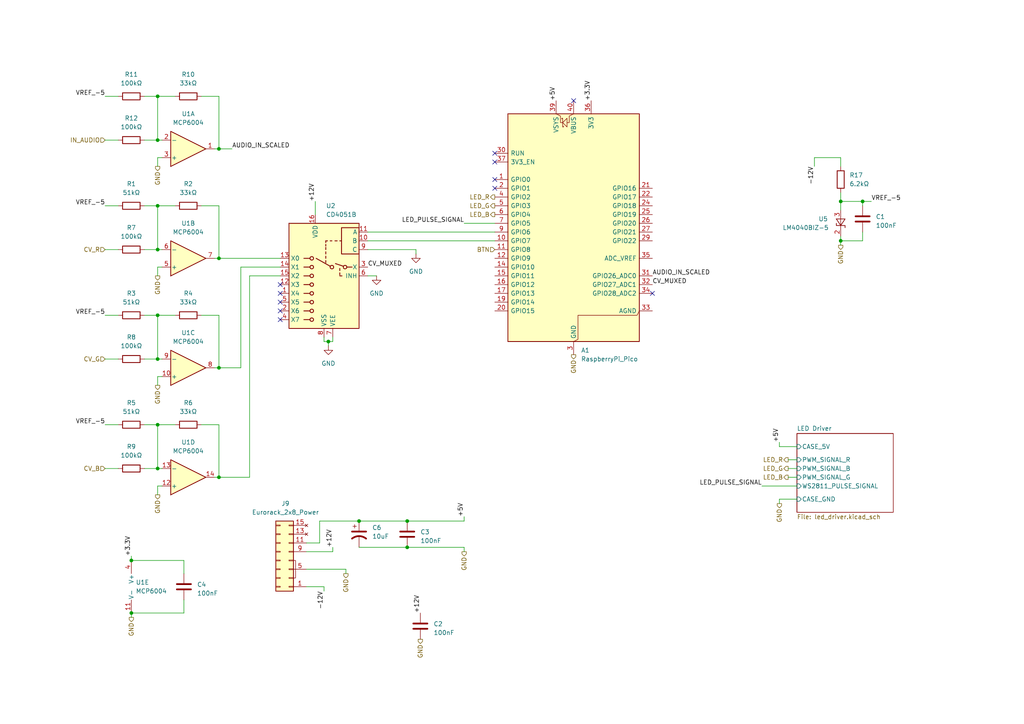
<source format=kicad_sch>
(kicad_sch (version 20250114) (generator "eeschema") (generator_version "9.0")
  (paper "A4")
  (title_block (title "Lights") (date "2025-08-27") (rev "v0.2") (company "Free Modular"))
  (lib_symbols
    (symbol "Amplifier_Operational:MCP6004" (pin_names (offset 0.127))
      (property "Reference" "U" (at 0 5.08 0))
      (property "Value" "MCP6004" (at 0 -5.08 0))
      (symbol "MCP6004_1_1"
        (polyline (pts (xy -5.08 5.08) (xy 5.08 0) (xy -5.08 -5.08) (xy -5.08 5.08)) (stroke (width 0.254)) (fill (type background)))
        (pin input line (at -7.62 2.54 0) (length 2.54) (name "+") (number "3"))
        (pin input line (at -7.62 -2.54 0) (length 2.54) (name "-") (number "2"))
        (pin output line (at 7.62 0 180) (length 2.54) (name "~") (number "1"))
      )
      (symbol "MCP6004_2_1"
        (polyline (pts (xy -5.08 5.08) (xy 5.08 0) (xy -5.08 -5.08) (xy -5.08 5.08)) (stroke (width 0.254)) (fill (type background)))
        (pin input line (at -7.62 2.54 0) (length 2.54) (name "+") (number "5"))
        (pin input line (at -7.62 -2.54 0) (length 2.54) (name "-") (number "6"))
        (pin output line (at 7.62 0 180) (length 2.54) (name "~") (number "7"))
      )
      (symbol "MCP6004_3_1"
        (polyline (pts (xy -5.08 5.08) (xy 5.08 0) (xy -5.08 -5.08) (xy -5.08 5.08)) (stroke (width 0.254)) (fill (type background)))
        (pin input line (at -7.62 2.54 0) (length 2.54) (name "+") (number "10"))
        (pin input line (at -7.62 -2.54 0) (length 2.54) (name "-") (number "9"))
        (pin output line (at 7.62 0 180) (length 2.54) (name "~") (number "8"))
      )
      (symbol "MCP6004_4_1"
        (polyline (pts (xy -5.08 5.08) (xy 5.08 0) (xy -5.08 -5.08) (xy -5.08 5.08)) (stroke (width 0.254)) (fill (type background)))
        (pin input line (at -7.62 2.54 0) (length 2.54) (name "+") (number "12"))
        (pin input line (at -7.62 -2.54 0) (length 2.54) (name "-") (number "13"))
        (pin output line (at 7.62 0 180) (length 2.54) (name "~") (number "14"))
      )
      (symbol "MCP6004_5_1"
        (pin power_in line (at -2.54 7.62 270) (length 3.81) (name "V+") (number "4"))
        (pin power_in line (at -2.54 -7.62 90) (length 3.81) (name "V-") (number "11"))
      )
    )
    (symbol "Analog_Switch:CD4051B"
      (property "Reference" "U" (at -10.16 16.51 0))
      (property "Value" "CD4051B" (at 3.81 16.51 0))
      (symbol "CD4051B_0_1"
        (rectangle (start -10.16 15.24) (end 10.16 -15.24) (stroke (width 0.254)) (fill (type background)))
        (rectangle (start -10.16 6.35) (end -5.08 13.97) (stroke (width 0.254)))
        (polyline (pts (xy -8.128 2.54) (xy -6.604 2.54)) (stroke (width 0.254)))
        (circle (center -6.096 2.54) (radius 0.508) (stroke (width 0.254)))
        (polyline (pts (xy -5.588 2.794) (xy -3.302 3.556)) (stroke (width 0.254)))
        (polyline (pts (xy -4.572 10.16) (xy -5.08 10.16)) (stroke (width 0.254)))
        (polyline (pts (xy -4.572 1.524) (xy -4.572 2.159)) (stroke (width 0.254)))
        (polyline (pts (xy -4.572 0.254) (xy -4.572 0.889)) (stroke (width 0.254)))
        (polyline (pts (xy -4.572 0) (xy -5.207 0)) (stroke (width 0.254)))
        (polyline (pts (xy -3.81 10.16) (xy -3.175 10.16)) (stroke (width 0.254)))
        (circle (center -2.286 2.54) (radius 0.508) (stroke (width 0.254)))
        (polyline (pts (xy -1.778 10.16) (xy -2.286 10.16)) (stroke (width 0.254)))
        (polyline (pts (xy -1.778 2.794) (xy 2.286 5.08)) (stroke (width 0.254)))
        (polyline (pts (xy -0.508 10.16) (xy -1.016 10.16)) (stroke (width 0.254)))
        (polyline (pts (xy -0.508 9.652) (xy -0.508 10.16)) (stroke (width 0.254)))
        (polyline (pts (xy -0.508 8.636) (xy -0.508 9.144)) (stroke (width 0.254)))
        (polyline (pts (xy -0.508 7.62) (xy -0.508 8.255)) (stroke (width 0.254)))
        (polyline (pts (xy -0.508 6.35) (xy -0.508 6.985)) (stroke (width 0.254)))
        (polyline (pts (xy -0.508 5.08) (xy -0.508 5.715)) (stroke (width 0.254)))
        (polyline (pts (xy -0.508 3.81) (xy -0.508 4.445)) (stroke (width 0.254)))
        (circle (center 3.556 5.08) (radius 0.508) (stroke (width 0.254)))
        (circle (center 3.556 2.54) (radius 0.508) (stroke (width 0.254)))
        (circle (center 3.556 0) (radius 0.508) (stroke (width 0.254)))
        (circle (center 3.556 -2.54) (radius 0.508) (stroke (width 0.254)))
        (circle (center 3.556 -5.08) (radius 0.508) (stroke (width 0.254)))
        (circle (center 3.556 -7.62) (radius 0.508) (stroke (width 0.254)))
        (circle (center 3.556 -10.16) (radius 0.508) (stroke (width 0.254)))
        (circle (center 3.556 -12.7) (radius 0.508) (stroke (width 0.254)))
        (polyline (pts (xy 4.064 5.08) (xy 5.842 5.08)) (stroke (width 0.254)))
        (polyline (pts (xy 4.064 2.54) (xy 5.842 2.54)) (stroke (width 0.254)))
        (polyline (pts (xy 4.064 0) (xy 5.842 0)) (stroke (width 0.254)))
        (polyline (pts (xy 4.064 -2.54) (xy 5.842 -2.54)) (stroke (width 0.254)))
        (polyline (pts (xy 4.064 -5.08) (xy 5.842 -5.08)) (stroke (width 0.254)))
        (polyline (pts (xy 4.064 -7.62) (xy 5.842 -7.62)) (stroke (width 0.254)))
        (polyline (pts (xy 4.064 -10.16) (xy 5.842 -10.16)) (stroke (width 0.254)))
        (polyline (pts (xy 4.064 -12.7) (xy 5.842 -12.7)) (stroke (width 0.254)))
      )
      (symbol "CD4051B_1_1"
        (pin input line (at -12.7 12.7 0) (length 2.54) (name "A") (number "11"))
        (pin input line (at -12.7 10.16 0) (length 2.54) (name "B") (number "10"))
        (pin input line (at -12.7 7.62 0) (length 2.54) (name "C") (number "9"))
        (pin bidirectional line (at -12.7 2.54 0) (length 2.54) (name "X") (number "3"))
        (pin input line (at -12.7 0 0) (length 2.54) (name "INH") (number "6"))
        (pin power_in line (at -2.54 -17.78 90) (length 2.54) (name "VEE") (number "7"))
        (pin power_in line (at 0 -17.78 90) (length 2.54) (name "VSS") (number "8"))
        (pin power_in line (at 2.54 17.78 270) (length 2.54) (name "VDD") (number "16"))
        (pin bidirectional line (at 12.7 5.08 180) (length 2.54) (name "X0") (number "13"))
        (pin bidirectional line (at 12.7 2.54 180) (length 2.54) (name "X1") (number "14"))
        (pin bidirectional line (at 12.7 0 180) (length 2.54) (name "X2") (number "15"))
        (pin bidirectional line (at 12.7 -2.54 180) (length 2.54) (name "X3") (number "12"))
        (pin bidirectional line (at 12.7 -5.08 180) (length 2.54) (name "X4") (number "1"))
        (pin bidirectional line (at 12.7 -7.62 180) (length 2.54) (name "X5") (number "5"))
        (pin bidirectional line (at 12.7 -10.16 180) (length 2.54) (name "X6") (number "2"))
        (pin bidirectional line (at 12.7 -12.7 180) (length 2.54) (name "X7") (number "4"))
      )
    )
    (symbol "Device:C" (pin_numbers (hide yes)) (pin_names (offset 0.254))
      (property "Reference" "C" (at 0.635 2.54 0))
      (property "Value" "C" (at 0.635 -2.54 0))
      (symbol "C_0_1"
        (polyline (pts (xy -2.032 0.762) (xy 2.032 0.762)) (stroke (width 0.508)))
        (polyline (pts (xy -2.032 -0.762) (xy 2.032 -0.762)) (stroke (width 0.508)))
      )
      (symbol "C_1_1"
        (pin passive line (at 0 3.81 270) (length 2.794) (name "~") (number "1"))
        (pin passive line (at 0 -3.81 90) (length 2.794) (name "~") (number "2"))
      )
    )
    (symbol "Device:C_Polarized_US" (pin_numbers (hide yes)) (pin_names (offset 0.254) (hide yes))
      (property "Reference" "C" (at 0.635 2.54 0))
      (property "Value" "C_Polarized_US" (at 0.635 -2.54 0))
      (symbol "C_Polarized_US_0_1"
        (polyline (pts (xy -2.032 0.762) (xy 2.032 0.762)) (stroke (width 0.508)))
        (polyline (pts (xy -1.778 2.286) (xy -0.762 2.286)))
        (polyline (pts (xy -1.27 1.778) (xy -1.27 2.794)))
        (arc (start -2.032 -1.27) (mid 0 -0.5572) (end 2.032 -1.27) (stroke (width 0.508)))
      )
      (symbol "C_Polarized_US_1_1"
        (pin passive line (at 0 3.81 270) (length 2.794) (name "~") (number "1"))
        (pin passive line (at 0 -3.81 90) (length 3.302) (name "~") (number "2"))
      )
    )
    (symbol "Device:R" (pin_numbers (hide yes)) (pin_names (offset 0))
      (property "Reference" "R" (at 2.032 0 90))
      (property "Value" "R" (at 0 0 90))
      (symbol "R_0_1"
        (rectangle (start -1.016 -2.54) (end 1.016 2.54) (stroke (width 0.254)))
      )
      (symbol "R_1_1"
        (pin passive line (at 0 3.81 270) (length 1.27) (name "~") (number "1"))
        (pin passive line (at 0 -3.81 90) (length 1.27) (name "~") (number "2"))
      )
    )
    (symbol "FreeModular:Eurorack_2x8_Power" (pin_names (offset 1.016) (hide yes))
      (property "Reference" "J1" (at 1.27 13.97 0))
      (property "Value" "Eurorack_2x8_Power" (at 1.905 11.43 0))
      (symbol "Eurorack_2x8_Power_0_1"
        (polyline (pts (xy -1.27 5.08) (xy -1.905 5.08) (xy -1.905 0) (xy -1.27 0)))
      )
      (symbol "Eurorack_2x8_Power_1_1"
        (rectangle (start -1.27 8.89) (end 3.81 -11.43) (stroke (width 0.254)) (fill (type background)))
        (rectangle (start -1.27 7.747) (end 0 7.493) (stroke (width 0.1524)))
        (rectangle (start -1.27 5.207) (end 0 4.953) (stroke (width 0.1524)))
        (rectangle (start -1.27 2.667) (end 0 2.413) (stroke (width 0.1524)))
        (rectangle (start -1.27 0.127) (end 0 -0.127) (stroke (width 0.1524)))
        (rectangle (start -1.27 -2.413) (end 0 -2.667) (stroke (width 0.1524)))
        (rectangle (start -1.27 -4.953) (end 0 -5.207) (stroke (width 0.1524)))
        (rectangle (start -1.27 -7.493) (end 0 -7.747) (stroke (width 0.1524)))
        (rectangle (start -1.27 -10.033) (end 0 -10.287) (stroke (width 0.1524)))
        (rectangle (start 3.81 7.747) (end 2.54 7.493) (stroke (width 0.1524)))
        (rectangle (start 3.81 5.207) (end 2.54 4.953) (stroke (width 0.1524)))
        (rectangle (start 3.81 2.667) (end 2.54 2.413) (stroke (width 0.1524)))
        (rectangle (start 3.81 0.127) (end 2.54 -0.127) (stroke (width 0.1524)))
        (rectangle (start 3.81 -2.413) (end 2.54 -2.667) (stroke (width 0.1524)))
        (rectangle (start 3.81 -4.953) (end 2.54 -5.207) (stroke (width 0.1524)))
        (rectangle (start 3.81 -7.493) (end 2.54 -7.747) (stroke (width 0.1524)))
        (rectangle (start 3.81 -10.033) (end 2.54 -10.287) (stroke (width 0.1524)))
        (pin power_out line (at -5.08 7.62 0) (length 3.81) (name "-12v") (number "1"))
        (pin passive line (at -5.08 7.62 0) (length 3.81) (hide yes) (name "-12v") (number "2"))
        (pin power_out line (at -5.08 2.54 0) (length 3.81) (hide yes) (name "GND") (number "3"))
        (pin passive line (at -5.08 2.54 0) (length 3.81) (hide yes) (name "GND") (number "4"))
        (pin power_out line (at -5.08 2.54 0) (length 3.81) (name "GND") (number "5"))
        (pin passive line (at -5.08 2.54 0) (length 3.81) (hide yes) (name "GND") (number "6"))
        (pin power_out line (at -5.08 2.54 0) (length 3.81) (hide yes) (name "GND") (number "7"))
        (pin passive line (at -5.08 2.54 0) (length 3.81) (hide yes) (name "GND") (number "8"))
        (pin passive line (at -5.08 -2.54 0) (length 3.81) (hide yes) (name "+12v") (number "10"))
        (pin power_out line (at -5.08 -2.54 0) (length 3.81) (name "+12v") (number "9"))
        (pin passive line (at -5.08 -5.08 0) (length 3.81) (name "+5v") (number "11"))
        (pin passive line (at -5.08 -5.08 0) (length 3.81) (hide yes) (name "+5v") (number "12"))
        (pin no_connect line (at -5.08 -7.62 0) (length 3.81) (name "Pin_13") (number "13"))
        (pin no_connect line (at -5.08 -10.16 0) (length 3.81) (name "Pin_15") (number "15"))
        (pin no_connect line (at 7.62 -7.62 180) (length 3.81) (hide yes) (name "Pin_14") (number "14"))
        (pin no_connect line (at 7.62 -10.16 180) (length 3.81) (hide yes) (name "Pin_16") (number "16"))
      )
    )
    (symbol "MCU_Module:RaspberryPi_Pico" (pin_names (offset 0.762))
      (property "Reference" "A" (at -19.05 35.56 0))
      (property "Value" "RaspberryPi_Pico" (at 7.62 35.56 0))
      (symbol "RaspberryPi_Pico_0_1"
        (rectangle (start -19.05 34.29) (end 19.05 -31.75) (stroke (width 0.254)) (fill (type background)))
        (polyline (pts (xy -5.08 34.29) (xy -3.81 33.655) (xy -3.81 31.75) (xy -3.175 31.75)))
        (polyline (pts (xy -3.429 32.766) (xy -3.429 33.02) (xy -3.175 33.02) (xy -3.175 30.48) (xy -2.921 30.48) (xy -2.921 30.734)))
        (polyline (pts (xy -3.175 31.75) (xy -1.905 33.02) (xy -1.905 30.48) (xy -3.175 31.75)))
        (polyline (pts (xy 0 34.29) (xy -1.27 33.655) (xy -1.27 31.75) (xy -1.905 31.75)))
        (polyline (pts (xy 0 -31.75) (xy 1.27 -31.115) (xy 1.27 -24.13) (xy 18.415 -24.13) (xy 19.05 -22.86)))
      )
      (symbol "RaspberryPi_Pico_1_1"
        (pin passive line (at -22.86 22.86 0) (length 3.81) (name "RUN") (number "30"))
        (pin passive line (at -22.86 20.32 0) (length 3.81) (name "3V3_EN") (number "37"))
        (pin bidirectional line (at -22.86 15.24 0) (length 3.81) (name "GPIO0") (number "1"))
        (pin bidirectional line (at -22.86 12.7 0) (length 3.81) (name "GPIO1") (number "2"))
        (pin bidirectional line (at -22.86 10.16 0) (length 3.81) (name "GPIO2") (number "4"))
        (pin bidirectional line (at -22.86 7.62 0) (length 3.81) (name "GPIO3") (number "5"))
        (pin bidirectional line (at -22.86 5.08 0) (length 3.81) (name "GPIO4") (number "6"))
        (pin bidirectional line (at -22.86 2.54 0) (length 3.81) (name "GPIO5") (number "7"))
        (pin bidirectional line (at -22.86 0 0) (length 3.81) (name "GPIO6") (number "9"))
        (pin bidirectional line (at -22.86 -2.54 0) (length 3.81) (name "GPIO7") (number "10"))
        (pin bidirectional line (at -22.86 -5.08 0) (length 3.81) (name "GPIO8") (number "11"))
        (pin bidirectional line (at -22.86 -7.62 0) (length 3.81) (name "GPIO9") (number "12"))
        (pin bidirectional line (at -22.86 -10.16 0) (length 3.81) (name "GPIO10") (number "14"))
        (pin bidirectional line (at -22.86 -12.7 0) (length 3.81) (name "GPIO11") (number "15"))
        (pin bidirectional line (at -22.86 -15.24 0) (length 3.81) (name "GPIO12") (number "16"))
        (pin bidirectional line (at -22.86 -17.78 0) (length 3.81) (name "GPIO13") (number "17"))
        (pin bidirectional line (at -22.86 -20.32 0) (length 3.81) (name "GPIO14") (number "19"))
        (pin bidirectional line (at -22.86 -22.86 0) (length 3.81) (name "GPIO15") (number "20"))
        (pin power_in line (at -5.08 38.1 270) (length 3.81) (name "VSYS") (number "39"))
        (pin power_out line (at 0 38.1 270) (length 3.81) (name "VBUS") (number "40"))
        (pin passive line (at 0 -35.56 90) (length 3.81) (hide yes) (name "GND") (number "13"))
        (pin passive line (at 0 -35.56 90) (length 3.81) (hide yes) (name "GND") (number "18"))
        (pin passive line (at 0 -35.56 90) (length 3.81) (hide yes) (name "GND") (number "23"))
        (pin passive line (at 0 -35.56 90) (length 3.81) (hide yes) (name "GND") (number "28"))
        (pin power_out line (at 0 -35.56 90) (length 3.81) (name "GND") (number "3"))
        (pin passive line (at 0 -35.56 90) (length 3.81) (hide yes) (name "GND") (number "38"))
        (pin passive line (at 0 -35.56 90) (length 3.81) (hide yes) (name "GND") (number "8"))
        (pin power_out line (at 5.08 38.1 270) (length 3.81) (name "3V3") (number "36"))
        (pin bidirectional line (at 22.86 12.7 180) (length 3.81) (name "GPIO16") (number "21"))
        (pin bidirectional line (at 22.86 10.16 180) (length 3.81) (name "GPIO17") (number "22"))
        (pin bidirectional line (at 22.86 7.62 180) (length 3.81) (name "GPIO18") (number "24"))
        (pin bidirectional line (at 22.86 5.08 180) (length 3.81) (name "GPIO19") (number "25"))
        (pin bidirectional line (at 22.86 2.54 180) (length 3.81) (name "GPIO20") (number "26"))
        (pin bidirectional line (at 22.86 0 180) (length 3.81) (name "GPIO21") (number "27"))
        (pin bidirectional line (at 22.86 -2.54 180) (length 3.81) (name "GPIO22") (number "29"))
        (pin power_in line (at 22.86 -7.62 180) (length 3.81) (name "ADC_VREF") (number "35"))
        (pin bidirectional line (at 22.86 -12.7 180) (length 3.81) (name "GPIO26_ADC0") (number "31"))
        (pin bidirectional line (at 22.86 -15.24 180) (length 3.81) (name "GPIO27_ADC1") (number "32"))
        (pin bidirectional line (at 22.86 -17.78 180) (length 3.81) (name "GPIO28_ADC2") (number "34"))
        (pin power_out line (at 22.86 -22.86 180) (length 3.81) (name "AGND") (number "33"))
      )
    )
    (symbol "Reference_Voltage:LM4040LP-5" (pin_names (offset 0.0254) (hide yes))
      (property "Reference" "U" (at 0 2.54 0))
      (property "Value" "LM4040LP-5" (at 0 -3.175 0))
      (symbol "LM4040LP-5_0_1"
        (polyline (pts (xy -1.27 0) (xy 0 0) (xy 1.27 0)))
        (polyline (pts (xy -1.27 -1.27) (xy 0.635 0) (xy -1.27 1.27) (xy -1.27 -1.27)) (stroke (width 0.2032)))
        (polyline (pts (xy 0 -1.27) (xy 0.635 -1.27) (xy 0.635 1.27) (xy 1.27 1.27)) (stroke (width 0.2032)))
      )
      (symbol "LM4040LP-5_1_1"
        (pin passive line (at -3.81 0 0) (length 2.54) (name "A") (number "3"))
        (pin passive line (at 3.81 0 180) (length 2.54) (name "K") (number "2"))
      )
    )
    (symbol "power:GND" (power) (pin_names (offset 0))
      (property "Value" "GND" (at 0 -3.81 0))
      (symbol "GND_0_1"
        (polyline (pts (xy 0 0) (xy 0 -1.27) (xy 1.27 -1.27) (xy 0 -2.54) (xy -1.27 -1.27) (xy 0 -1.27)))
      )
      (symbol "GND_1_1"
        (pin power_in line (at 0 0 270) (length 0) (hide yes) (name "GND") (number "1"))
      )
    )
  )
  (junction (at 45.72 27.94))
  (junction (at 243.84 69.85))
  (junction (at 38.1 162.56))
  (junction (at 63.5 43.18))
  (junction (at 95.25 99.06))
  (junction (at 38.1 177.8))
  (junction (at 250.19 58.42))
  (junction (at 45.72 91.44))
  (junction (at 45.72 72.39))
  (junction (at 104.14 151.13))
  (junction (at 63.5 138.43))
  (junction (at 63.5 106.68))
  (junction (at 118.11 158.75))
  (junction (at 243.84 58.42))
  (junction (at 45.72 40.64))
  (junction (at 45.72 135.89))
  (junction (at 45.72 123.19))
  (junction (at 63.5 74.93))
  (junction (at 45.72 104.14))
  (junction (at 45.72 59.69))
  (junction (at 118.11 151.13))
  (no_connect (at 81.28 92.71))
  (no_connect (at 81.28 87.63))
  (no_connect (at 81.28 82.55))
  (no_connect (at 143.51 44.45))
  (no_connect (at 189.23 85.09))
  (no_connect (at 166.37 29.21))
  (no_connect (at 143.51 52.07))
  (no_connect (at 143.51 46.99))
  (no_connect (at 81.28 90.17))
  (no_connect (at 81.28 85.09))
  (no_connect (at 143.51 54.61))
  (wire (pts (xy 45.72 77.47) (xy 46.99 77.47)))
  (wire (pts (xy 236.22 45.72) (xy 236.22 48.26)))
  (wire (pts (xy 30.48 91.44) (xy 34.29 91.44)))
  (wire (pts (xy 41.91 123.19) (xy 45.72 123.19)))
  (wire (pts (xy 41.91 104.14) (xy 45.72 104.14)))
  (wire (pts (xy 45.72 109.22) (xy 46.99 109.22)))
  (wire (pts (xy 88.9 160.02) (xy 96.52 160.02)))
  (wire (pts (xy 45.72 59.69) (xy 50.8 59.69)))
  (wire (pts (xy 41.91 135.89) (xy 45.72 135.89)))
  (wire (pts (xy 118.11 158.75) (xy 134.62 158.75)))
  (wire (pts (xy 100.33 166.37) (xy 100.33 165.1)))
  (wire (pts (xy 104.14 158.75) (xy 118.11 158.75)))
  (wire (pts (xy 45.72 40.64) (xy 46.99 40.64)))
  (wire (pts (xy 30.48 104.14) (xy 34.29 104.14)))
  (wire (pts (xy 250.19 67.31) (xy 250.19 69.85)))
  (wire (pts (xy 63.5 138.43) (xy 62.23 138.43)))
  (wire (pts (xy 45.72 140.97) (xy 46.99 140.97)))
  (wire (pts (xy 134.62 158.75) (xy 134.62 160.02)))
  (wire (pts (xy 226.06 128.27) (xy 226.06 129.54)))
  (wire (pts (xy 41.91 72.39) (xy 45.72 72.39)))
  (wire (pts (xy 45.72 111.76) (xy 45.72 109.22)))
  (wire (pts (xy 62.23 106.68) (xy 63.5 106.68)))
  (wire (pts (xy 63.5 43.18) (xy 67.31 43.18)))
  (wire (pts (xy 41.91 27.94) (xy 45.72 27.94)))
  (wire (pts (xy 243.84 48.26) (xy 243.84 45.72)))
  (wire (pts (xy 106.68 69.85) (xy 143.51 69.85)))
  (wire (pts (xy 45.72 143.51) (xy 45.72 140.97)))
  (wire (pts (xy 45.72 48.26) (xy 45.72 45.72)))
  (wire (pts (xy 243.84 60.96) (xy 243.84 58.42)))
  (wire (pts (xy 93.98 171.45) (xy 93.98 170.18)))
  (wire (pts (xy 250.19 58.42) (xy 252.73 58.42)))
  (wire (pts (xy 62.23 43.18) (xy 63.5 43.18)))
  (wire (pts (xy 45.72 72.39) (xy 46.99 72.39)))
  (wire (pts (xy 30.48 27.94) (xy 34.29 27.94)))
  (wire (pts (xy 226.06 144.78) (xy 226.06 146.05)))
  (wire (pts (xy 45.72 104.14) (xy 45.72 91.44)))
  (wire (pts (xy 30.48 123.19) (xy 34.29 123.19)))
  (wire (pts (xy 92.71 151.13) (xy 92.71 157.48)))
  (wire (pts (xy 91.44 58.42) (xy 91.44 62.23)))
  (wire (pts (xy 93.98 97.79) (xy 93.98 99.06)))
  (wire (pts (xy 231.14 144.78) (xy 226.06 144.78)))
  (wire (pts (xy 243.84 68.58) (xy 243.84 69.85)))
  (wire (pts (xy 226.06 129.54) (xy 231.14 129.54)))
  (wire (pts (xy 69.85 106.68) (xy 69.85 77.47)))
  (wire (pts (xy 134.62 149.86) (xy 134.62 151.13)))
  (wire (pts (xy 106.68 67.31) (xy 143.51 67.31)))
  (wire (pts (xy 63.5 27.94) (xy 63.5 43.18)))
  (wire (pts (xy 58.42 59.69) (xy 63.5 59.69)))
  (wire (pts (xy 45.72 27.94) (xy 50.8 27.94)))
  (wire (pts (xy 95.25 100.33) (xy 95.25 99.06)))
  (wire (pts (xy 45.72 40.64) (xy 45.72 27.94)))
  (wire (pts (xy 45.72 72.39) (xy 45.72 59.69)))
  (wire (pts (xy 250.19 58.42) (xy 250.19 59.69)))
  (wire (pts (xy 243.84 58.42) (xy 250.19 58.42)))
  (wire (pts (xy 38.1 177.8) (xy 38.1 179.07)))
  (wire (pts (xy 93.98 99.06) (xy 95.25 99.06)))
  (wire (pts (xy 45.72 91.44) (xy 50.8 91.44)))
  (wire (pts (xy 38.1 162.56) (xy 53.34 162.56)))
  (wire (pts (xy 30.48 40.64) (xy 34.29 40.64)))
  (wire (pts (xy 53.34 173.99) (xy 53.34 177.8)))
  (wire (pts (xy 45.72 104.14) (xy 46.99 104.14)))
  (wire (pts (xy 41.91 40.64) (xy 45.72 40.64)))
  (wire (pts (xy 96.52 99.06) (xy 96.52 97.79)))
  (wire (pts (xy 118.11 151.13) (xy 134.62 151.13)))
  (wire (pts (xy 228.6 135.89) (xy 231.14 135.89)))
  (wire (pts (xy 63.5 91.44) (xy 63.5 106.68)))
  (wire (pts (xy 63.5 138.43) (xy 72.39 138.43)))
  (wire (pts (xy 106.68 80.01) (xy 109.22 80.01)))
  (wire (pts (xy 81.28 80.01) (xy 72.39 80.01)))
  (wire (pts (xy 92.71 157.48) (xy 88.9 157.48)))
  (wire (pts (xy 106.68 72.39) (xy 120.65 72.39)))
  (wire (pts (xy 104.14 151.13) (xy 118.11 151.13)))
  (wire (pts (xy 30.48 135.89) (xy 34.29 135.89)))
  (wire (pts (xy 30.48 59.69) (xy 34.29 59.69)))
  (wire (pts (xy 45.72 123.19) (xy 50.8 123.19)))
  (wire (pts (xy 120.65 72.39) (xy 120.65 73.66)))
  (wire (pts (xy 220.98 140.97) (xy 231.14 140.97)))
  (wire (pts (xy 45.72 45.72) (xy 46.99 45.72)))
  (wire (pts (xy 134.62 64.77) (xy 143.51 64.77)))
  (wire (pts (xy 243.84 69.85) (xy 243.84 71.12)))
  (wire (pts (xy 41.91 91.44) (xy 45.72 91.44)))
  (wire (pts (xy 58.42 27.94) (xy 63.5 27.94)))
  (wire (pts (xy 58.42 123.19) (xy 63.5 123.19)))
  (wire (pts (xy 92.71 151.13) (xy 104.14 151.13)))
  (wire (pts (xy 243.84 69.85) (xy 250.19 69.85)))
  (wire (pts (xy 41.91 59.69) (xy 45.72 59.69)))
  (wire (pts (xy 30.48 72.39) (xy 34.29 72.39)))
  (wire (pts (xy 45.72 135.89) (xy 46.99 135.89)))
  (wire (pts (xy 69.85 77.47) (xy 81.28 77.47)))
  (wire (pts (xy 63.5 59.69) (xy 63.5 74.93)))
  (wire (pts (xy 228.6 138.43) (xy 231.14 138.43)))
  (wire (pts (xy 53.34 162.56) (xy 53.34 166.37)))
  (wire (pts (xy 63.5 123.19) (xy 63.5 138.43)))
  (wire (pts (xy 63.5 74.93) (xy 81.28 74.93)))
  (wire (pts (xy 93.98 170.18) (xy 88.9 170.18)))
  (wire (pts (xy 45.72 80.01) (xy 45.72 77.47)))
  (wire (pts (xy 38.1 161.29) (xy 38.1 162.56)))
  (wire (pts (xy 96.52 158.75) (xy 96.52 160.02)))
  (wire (pts (xy 62.23 74.93) (xy 63.5 74.93)))
  (wire (pts (xy 243.84 45.72) (xy 236.22 45.72)))
  (wire (pts (xy 45.72 135.89) (xy 45.72 123.19)))
  (wire (pts (xy 53.34 177.8) (xy 38.1 177.8)))
  (wire (pts (xy 95.25 99.06) (xy 96.52 99.06)))
  (wire (pts (xy 58.42 91.44) (xy 63.5 91.44)))
  (wire (pts (xy 228.6 133.35) (xy 231.14 133.35)))
  (wire (pts (xy 243.84 55.88) (xy 243.84 58.42)))
  (wire (pts (xy 63.5 106.68) (xy 69.85 106.68)))
  (wire (pts (xy 100.33 165.1) (xy 88.9 165.1)))
  (wire (pts (xy 72.39 80.01) (xy 72.39 138.43)))
  (label "LED_PULSE_SIGNAL" (at 134.62 64.77 180))
  (label "VREF_-5" (at 30.48 27.94 180))
  (label "+5V" (at 161.29 29.21 90))
  (label "-12V" (at 93.98 171.45 270))
  (label "+5V" (at 134.62 149.86 90))
  (label "+12V" (at 91.44 58.42 90))
  (label "VREF_-5" (at 30.48 91.44 180))
  (label "+12V" (at 121.92 177.8 90))
  (label "CV_MUXED" (at 189.23 82.55 0))
  (label "+3.3V" (at 171.45 29.21 90))
  (label "VREF_-5" (at 252.73 58.42 0))
  (label "-12V" (at 236.22 48.26 270))
  (label "CV_MUXED" (at 106.68 77.47 0))
  (label "VREF_-5" (at 30.48 123.19 180))
  (label "AUDIO_IN_SCALED" (at 67.31 43.18 0))
  (label "+5V" (at 226.06 128.27 90))
  (label "+3.3V" (at 38.1 161.29 90))
  (label "AUDIO_IN_SCALED" (at 189.23 80.01 0))
  (label "VREF_-5" (at 30.48 59.69 180))
  (label "+12V" (at 96.52 158.75 90))
  (label "LED_PULSE_SIGNAL" (at 220.98 140.97 180))
  (hierarchical_label "GND" (shape output) (at 38.1 179.07 270))
  (hierarchical_label "CV_R" (shape input) (at 30.48 72.39 180))
  (hierarchical_label "BTN" (shape input) (at 143.51 72.39 180))
  (hierarchical_label "GND" (shape output) (at 100.33 166.37 270))
  (hierarchical_label "GND" (shape output) (at 45.72 80.01 270))
  (hierarchical_label "GND" (shape output) (at 45.72 111.76 270))
  (hierarchical_label "LED_B" (shape output) (at 228.6 138.43 180))
  (hierarchical_label "LED_G" (shape output) (at 228.6 135.89 180))
  (hierarchical_label "LED_R" (shape output) (at 228.6 133.35 180))
  (hierarchical_label "GND" (shape output) (at 226.06 146.05 270))
  (hierarchical_label "GND" (shape output) (at 121.92 185.42 270))
  (hierarchical_label "GND" (shape output) (at 45.72 48.26 270))
  (hierarchical_label "IN_AUDIO" (shape input) (at 30.48 40.64 180))
  (hierarchical_label "CV_B" (shape input) (at 30.48 135.89 180))
  (hierarchical_label "LED_B" (shape output) (at 143.51 62.23 180))
  (hierarchical_label "GND" (shape output) (at 243.84 71.12 270))
  (hierarchical_label "GND" (shape output) (at 45.72 143.51 270))
  (hierarchical_label "GND" (shape output) (at 166.37 102.87 270))
  (hierarchical_label "GND" (shape output) (at 134.62 160.02 270))
  (hierarchical_label "LED_G" (shape output) (at 143.51 59.69 180))
  (hierarchical_label "LED_R" (shape output) (at 143.51 57.15 180))
  (hierarchical_label "CV_G" (shape input) (at 30.48 104.14 180))
  (symbol (lib_id "Device:R") (at 54.61 91.44 90) (unit 1)
    (property "Reference" "R4" (at 54.61 85.09 90))
    (property "Value" "33kΩ" (at 54.61 87.63 90))
    (property "Footprint" "Resistor_THT:R_Axial_DIN0207_L6.3mm_D2.5mm_P7.62mm_Horizontal" (effects (hide yes)))
  )
  (symbol (lib_id "Device:R") (at 38.1 72.39 90) (unit 1)
    (property "Reference" "R7" (at 38.1 66.04 90))
    (property "Value" "100kΩ" (at 38.1 68.58 90))
    (property "Footprint" "Resistor_THT:R_Axial_DIN0207_L6.3mm_D2.5mm_P7.62mm_Horizontal" (effects (hide yes)))
  )
  (symbol (lib_id "power:GND") (at 120.65 73.66 0) (unit 1)
    (property "Reference" "#PWR06" (effects (hide yes)))
    (property "Value" "GND" (at 120.65 78.74 0))
  )
  (symbol (lib_id "power:GND") (at 95.25 100.33 0) (unit 1)
    (property "Reference" "#PWR08" (effects (hide yes)))
    (property "Value" "GND" (at 95.25 105.41 0))
  )
  (symbol (lib_id "Device:C_Polarized_US") (at 104.14 154.94 0) (unit 1)
    (property "Reference" "C6" (at 107.95 153.035 0) (effects (justify left)))
    (property "Value" "10uF" (at 107.95 155.575 0) (effects (justify left)))
    (property "Footprint" "Capacitor_THT:CP_Radial_D4.0mm_P1.50mm" (effects (hide yes)))
  )
  (symbol (lib_id "Analog_Switch:CD4051B") (at 93.98 80.01 0) (mirror y) (unit 1)
    (property "Reference" "U2" (at 94.5581 59.69 0) (effects (justify right)))
    (property "Value" "CD4051B" (at 94.5581 62.23 0) (effects (justify right)))
    (property "Footprint" "Package_DIP:DIP-16_W7.62mm" (effects (hide yes)))
    (property "Datasheet" "http://www.ti.com/lit/ds/symlink/cd4052b.pdf" (effects (hide yes)))
    (property "Description" "CMOS single 8-channel analog multiplexer demultiplexer, TSSOP-16/DIP-16/SOIC-16" (effects (hide yes)))
  )
  (symbol (lib_id "Amplifier_Operational:MCP6004") (at 54.61 138.43 0) (mirror x) (unit 4)
    (property "Reference" "U1" (at 54.61 128.27 0))
    (property "Value" "MCP6004" (at 54.61 130.81 0))
    (property "Footprint" "Package_DIP:DIP-14_W7.62mm" (effects (hide yes)))
    (property "Datasheet" "http://ww1.microchip.com/downloads/en/DeviceDoc/21733j.pdf" (effects (hide yes)))
    (property "Description" "1MHz, Low-Power Op Amp, DIP-14/SOIC-14/TSSOP-14" (effects (hide yes)))
  )
  (symbol (lib_id "Device:C") (at 53.34 170.18 0) (unit 1)
    (property "Reference" "C4" (at 57.15 169.545 0) (effects (justify left)))
    (property "Value" "100nF" (at 57.15 172.085 0) (effects (justify left)))
    (property "Footprint" "Capacitor_THT:C_Disc_D5.0mm_W2.5mm_P5.00mm" (effects (hide yes)))
  )
  (symbol (lib_id "Amplifier_Operational:MCP6004") (at 35.56 170.18 0) (mirror y) (unit 5)
    (property "Reference" "U1" (at 39.37 168.9099 0) (effects (justify right)))
    (property "Value" "MCP6004" (at 39.37 171.4499 0) (effects (justify right)))
    (property "Footprint" "Package_DIP:DIP-14_W7.62mm" (effects (hide yes)))
    (property "Datasheet" "http://ww1.microchip.com/downloads/en/DeviceDoc/21733j.pdf" (effects (hide yes)))
    (property "Description" "1MHz, Low-Power Op Amp, DIP-14/SOIC-14/TSSOP-14" (effects (hide yes)))
  )
  (symbol (lib_id "Amplifier_Operational:MCP6004") (at 54.61 74.93 0) (mirror x) (unit 2)
    (property "Reference" "U1" (at 54.61 64.77 0))
    (property "Value" "MCP6004" (at 54.61 67.31 0))
    (property "Footprint" "Package_DIP:DIP-14_W7.62mm" (effects (hide yes)))
    (property "Datasheet" "http://ww1.microchip.com/downloads/en/DeviceDoc/21733j.pdf" (effects (hide yes)))
    (property "Description" "1MHz, Low-Power Op Amp, DIP-14/SOIC-14/TSSOP-14" (effects (hide yes)))
  )
  (symbol (lib_id "Device:R") (at 38.1 59.69 90) (unit 1)
    (property "Reference" "R1" (at 38.1 53.34 90))
    (property "Value" "51kΩ" (at 38.1 55.88 90))
    (property "Footprint" "Resistor_THT:R_Axial_DIN0207_L6.3mm_D2.5mm_P7.62mm_Horizontal" (effects (hide yes)))
  )
  (symbol (lib_id "Reference_Voltage:LM4040LP-5") (at 243.84 64.77 270) (unit 1)
    (property "Reference" "U5" (at 238.76 63.5 90))
    (property "Value" "LM4040BIZ-5" (at 233.68 66.04 90))
    (property "Footprint" "Package_TO_SOT_THT:TO-92_Inline_Wide" (effects (hide yes)))
    (property "Datasheet" "http://www.ti.com/lit/ds/symlink/lm4040-n.pdf" (effects (hide yes)))
  )
  (symbol (lib_id "Device:R") (at 54.61 59.69 90) (unit 1)
    (property "Reference" "R2" (at 54.61 53.34 90))
    (property "Value" "33kΩ" (at 54.61 55.88 90))
    (property "Footprint" "Resistor_THT:R_Axial_DIN0207_L6.3mm_D2.5mm_P7.62mm_Horizontal" (effects (hide yes)))
  )
  (symbol (lib_id "Device:C") (at 250.19 63.5 0) (unit 1)
    (property "Reference" "C1" (at 254 62.865 0) (effects (justify left)))
    (property "Value" "100nF" (at 254 65.405 0) (effects (justify left)))
    (property "Footprint" "Capacitor_THT:C_Disc_D5.0mm_W2.5mm_P5.00mm" (effects (hide yes)))
  )
  (symbol (lib_id "Device:R") (at 54.61 123.19 90) (unit 1)
    (property "Reference" "R6" (at 54.61 116.84 90))
    (property "Value" "33kΩ" (at 54.61 119.38 90))
    (property "Footprint" "Resistor_THT:R_Axial_DIN0207_L6.3mm_D2.5mm_P7.62mm_Horizontal" (effects (hide yes)))
  )
  (symbol (lib_id "Device:R") (at 38.1 40.64 90) (unit 1)
    (property "Reference" "R12" (at 38.1 34.29 90))
    (property "Value" "100kΩ" (at 38.1 36.83 90))
    (property "Footprint" "Resistor_THT:R_Axial_DIN0207_L6.3mm_D2.5mm_P7.62mm_Horizontal" (effects (hide yes)))
  )
  (symbol (lib_id "Device:R") (at 38.1 123.19 90) (unit 1)
    (property "Reference" "R5" (at 38.1 116.84 90))
    (property "Value" "51kΩ" (at 38.1 119.38 90))
    (property "Footprint" "Resistor_THT:R_Axial_DIN0207_L6.3mm_D2.5mm_P7.62mm_Horizontal" (effects (hide yes)))
  )
  (symbol (lib_id "Device:R") (at 38.1 135.89 90) (unit 1)
    (property "Reference" "R9" (at 38.1 129.54 90))
    (property "Value" "100kΩ" (at 38.1 132.08 90))
    (property "Footprint" "Resistor_THT:R_Axial_DIN0207_L6.3mm_D2.5mm_P7.62mm_Horizontal" (effects (hide yes)))
  )
  (symbol (lib_id "power:GND") (at 109.22 80.01 0) (unit 1)
    (property "Reference" "#PWR07" (effects (hide yes)))
    (property "Value" "GND" (at 109.22 85.09 0))
  )
  (symbol (lib_id "Device:R") (at 243.84 52.07 0) (unit 1)
    (property "Reference" "R17" (at 246.38 50.7999 0) (effects (justify left)))
    (property "Value" "6.2kΩ" (at 246.38 53.3399 0) (effects (justify left)))
    (property "Footprint" "Resistor_THT:R_Axial_DIN0207_L6.3mm_D2.5mm_P7.62mm_Horizontal" (effects (hide yes)))
  )
  (symbol (lib_id "MCU_Module:RaspberryPi_Pico") (at 166.37 67.31 0) (unit 1)
    (property "Reference" "A1" (at 168.5133 101.6 0) (effects (justify left)))
    (property "Value" "RaspberryPi_Pico" (at 168.5133 104.14 0) (effects (justify left)))
    (property "Footprint" "Module:RaspberryPi_Pico_Common_Unspecified" (effects (hide yes)))
    (property "Datasheet" "https://datasheets.raspberrypi.com/pico/pico-datasheet.pdf" (effects (hide yes)))
    (property "Description" "Versatile and inexpensive microcontroller module powered by RP2040 dual-core Arm Cortex-M0+ processor up to 133 MHz, 264kB SRAM, 2MB QSPI flash; also supports Raspberry Pi Pico 2" (effects (hide yes)))
  )
  (symbol (lib_id "Device:C") (at 121.92 181.61 0) (unit 1)
    (property "Reference" "C2" (at 125.73 180.975 0) (effects (justify left)))
    (property "Value" "100nF" (at 125.73 183.515 0) (effects (justify left)))
    (property "Footprint" "Capacitor_THT:C_Disc_D5.0mm_W2.5mm_P5.00mm" (effects (hide yes)))
  )
  (symbol (lib_id "Device:R") (at 38.1 104.14 90) (unit 1)
    (property "Reference" "R8" (at 38.1 97.79 90))
    (property "Value" "100kΩ" (at 38.1 100.33 90))
    (property "Footprint" "Resistor_THT:R_Axial_DIN0207_L6.3mm_D2.5mm_P7.62mm_Horizontal" (effects (hide yes)))
  )
  (symbol (lib_id "Device:C") (at 118.11 154.94 0) (unit 1)
    (property "Reference" "C3" (at 121.92 154.305 0) (effects (justify left)))
    (property "Value" "100nF" (at 121.92 156.845 0) (effects (justify left)))
    (property "Footprint" "Capacitor_THT:C_Disc_D5.0mm_W2.5mm_P5.00mm" (effects (hide yes)))
  )
  (symbol (lib_id "Amplifier_Operational:MCP6004") (at 54.61 43.18 0) (mirror x) (unit 1)
    (property "Reference" "U1" (at 54.61 33.02 0))
    (property "Value" "MCP6004" (at 54.61 35.56 0))
    (property "Footprint" "Package_DIP:DIP-14_W7.62mm" (effects (hide yes)))
    (property "Datasheet" "http://ww1.microchip.com/downloads/en/DeviceDoc/21733j.pdf" (effects (hide yes)))
    (property "Description" "1MHz, Low-Power Op Amp, DIP-14/SOIC-14/TSSOP-14" (effects (hide yes)))
  )
  (symbol (lib_id "FreeModular:Eurorack_2x8_Power") (at 83.82 162.56 180) (unit 1)
    (property "Reference" "J9" (at 82.804 146.05 0))
    (property "Value" "Eurorack_2x8_Power" (at 82.804 148.59 0))
    (property "Footprint" "Connector_PinSocket_2.54mm:PinSocket_2x08_P2.54mm_Horizontal" (effects (hide yes)))
    (property "Description" "Generic connector, double row, 02x08, odd/even pin numbering scheme (row 1 odd numbers, row 2 even numbers), script generated (kicad-library-utils/schlib/autogen/connector/)" (effects (hide yes)))
  )
  (symbol (lib_id "Amplifier_Operational:MCP6004") (at 54.61 106.68 0) (mirror x) (unit 3)
    (property "Reference" "U1" (at 54.61 96.52 0))
    (property "Value" "MCP6004" (at 54.61 99.06 0))
    (property "Footprint" "Package_DIP:DIP-14_W7.62mm" (effects (hide yes)))
    (property "Datasheet" "http://ww1.microchip.com/downloads/en/DeviceDoc/21733j.pdf" (effects (hide yes)))
    (property "Description" "1MHz, Low-Power Op Amp, DIP-14/SOIC-14/TSSOP-14" (effects (hide yes)))
  )
  (symbol (lib_id "Device:R") (at 54.61 27.94 90) (unit 1)
    (property "Reference" "R10" (at 54.61 21.59 90))
    (property "Value" "33kΩ" (at 54.61 24.13 90))
    (property "Footprint" "Resistor_THT:R_Axial_DIN0207_L6.3mm_D2.5mm_P7.62mm_Horizontal" (effects (hide yes)))
  )
  (symbol (lib_id "Device:R") (at 38.1 91.44 90) (unit 1)
    (property "Reference" "R3" (at 38.1 85.09 90))
    (property "Value" "51kΩ" (at 38.1 87.63 90))
    (property "Footprint" "Resistor_THT:R_Axial_DIN0207_L6.3mm_D2.5mm_P7.62mm_Horizontal" (effects (hide yes)))
  )
  (symbol (lib_id "Device:R") (at 38.1 27.94 90) (unit 1)
    (property "Reference" "R11" (at 38.1 21.59 90))
    (property "Value" "100kΩ" (at 38.1 24.13 90))
    (property "Footprint" "Resistor_THT:R_Axial_DIN0207_L6.3mm_D2.5mm_P7.62mm_Horizontal" (effects (hide yes)))
  )
  (sheet (at 231.14 125.73) (size 27.94 22.86) (stroke (width 0.1524))
    (property "Sheetname" "LED Driver" (at 231.14 125.0184 0) (effects (justify left bottom)))
    (property "Sheetfile" "led_driver.kicad_sch" (at 231.14 149.1746 0) (effects (justify left top)))
    (pin "PWM_SIGNAL_R" input (at 231.14 133.35 180))
    (pin "PWM_SIGNAL_B" input (at 231.14 135.89 180))
    (pin "CASE_GND" input (at 231.14 144.78 180))
    (pin "CASE_5V" input (at 231.14 129.54 180))
    (pin "PWM_SIGNAL_G" input (at 231.14 138.43 180))
    (pin "WS2811_PULSE_SIGNAL" input (at 231.14 140.97 180))
  )
)
</source>
